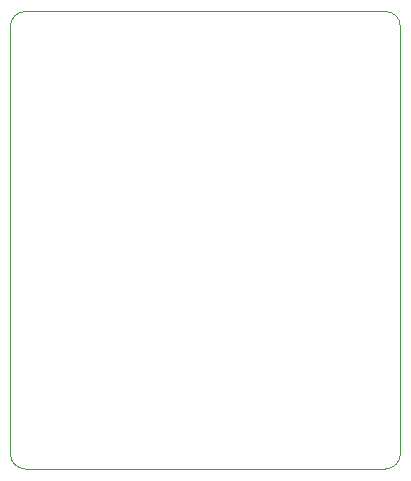
<source format=gm1>
G04*
G04 #@! TF.GenerationSoftware,Altium Limited,Altium Designer,23.8.1 (32)*
G04*
G04 Layer_Color=16711935*
%FSLAX44Y44*%
%MOMM*%
G71*
G04*
G04 #@! TF.SameCoordinates,8D10C5A6-D087-465C-88DE-2456D22F2F40*
G04*
G04*
G04 #@! TF.FilePolarity,Positive*
G04*
G01*
G75*
%ADD10C,0.1000*%
D10*
X317500Y0D02*
G03*
X330200Y12700I0J12700D01*
G01*
X0D02*
G03*
X12700Y0I12700J0D01*
G01*
Y387350D02*
G03*
X0Y374650I0J-12700D01*
G01*
X330200D02*
G03*
X317500Y387350I-12700J0D01*
G01*
X330200Y12700D02*
Y374650D01*
X12700Y0D02*
X317500D01*
X0Y12700D02*
Y374650D01*
X12700Y387350D02*
X317500D01*
M02*

</source>
